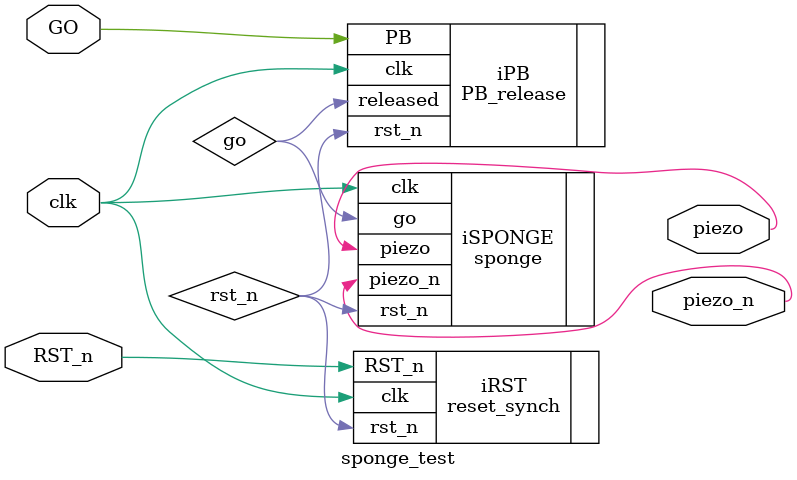
<source format=sv>
module sponge_test (
  input logic clk,        // 50 MHz system clock input.
  input logic RST_n,      // Unsynchronized reset input from the push button.
  input logic GO,         // Unsynchronized GO input from the push button to start the tune.
  output logic piezo,     // Output signal for the piezo buzzer (high for sound).
  output logic piezo_n    // Complement of piezo, used for active-low buzzer operation.
);

  /////////////////////////////////////////
  // Declare any internal signals here  //
  ///////////////////////////////////////
  logic rst_n;   // Global reset signal synchronized for the system.
  logic go;      // Signal to initiate the tune generation.
  /////////////////////////////////////////////////////////

  ///////////////////////////////////////////////
  // Instantiate the DUTs (Device Under Test) //
  /////////////////////////////////////////////

  // Instantiate the reset synchronizer.
  // This module ensures the reset signal is synchronized to the system clock.
  reset_synch iRST(
    .clk(clk),        // System clock input.
    .RST_n(RST_n),    // Unsynchronized reset input from the push button.
    .rst_n(rst_n)     // Synchronized reset output signal for the system.
  );

  // Instantiate the push button synchronizer.
  // This module ensures the GO input from the push button is synchronized to the system clock.
  PB_release iPB(
    .clk(clk),        // System clock input.
    .rst_n(rst_n),    // Synchronized reset input.
    .PB(GO),          // Unsynchronized GO input from the push button.
    .released(go)     // Synchronized GO output signal to trigger tune generation.
  );

  // Instantiate the sponge module (DUT).
  // This module generates the sound based on the go signal and drives the piezo buzzer.
  sponge #(0) iSPONGE(
    .clk(clk),        // System clock input.
    .rst_n(rst_n),    // Synchronized reset input.
    .go(go),          // Start signal to initiate the tune.
    .piezo(piezo),    // Output signal for piezo buzzer (active high).
    .piezo_n(piezo_n) // Complementary signal for active-low piezo buzzer operation.
  );

endmodule

</source>
